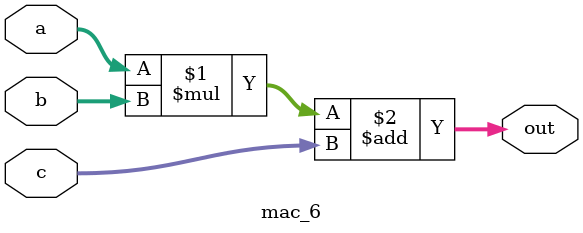
<source format=v>


module mac_6(a, b, c, out);
parameter DATA_WIDTH = 6;  /* declare a parameter. default required */
input [DATA_WIDTH - 1 : 0] a, b, c;
output [DATA_WIDTH - 1 : 0] out;

assign out = a * b + c;

endmodule










</source>
